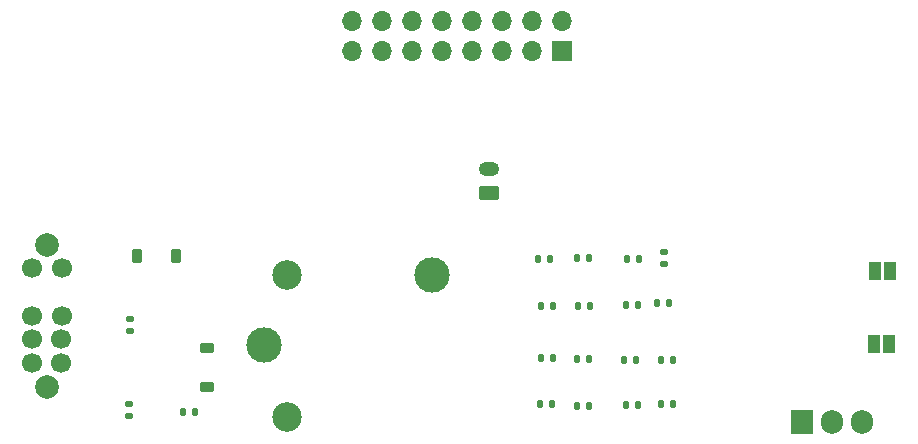
<source format=gbr>
%TF.GenerationSoftware,KiCad,Pcbnew,8.0.1*%
%TF.CreationDate,2024-03-24T23:16:52+02:00*%
%TF.ProjectId,KiCad,4b694361-642e-46b6-9963-61645f706362,rev?*%
%TF.SameCoordinates,Original*%
%TF.FileFunction,Soldermask,Top*%
%TF.FilePolarity,Negative*%
%FSLAX46Y46*%
G04 Gerber Fmt 4.6, Leading zero omitted, Abs format (unit mm)*
G04 Created by KiCad (PCBNEW 8.0.1) date 2024-03-24 23:16:52*
%MOMM*%
%LPD*%
G01*
G04 APERTURE LIST*
G04 Aperture macros list*
%AMRoundRect*
0 Rectangle with rounded corners*
0 $1 Rounding radius*
0 $2 $3 $4 $5 $6 $7 $8 $9 X,Y pos of 4 corners*
0 Add a 4 corners polygon primitive as box body*
4,1,4,$2,$3,$4,$5,$6,$7,$8,$9,$2,$3,0*
0 Add four circle primitives for the rounded corners*
1,1,$1+$1,$2,$3*
1,1,$1+$1,$4,$5*
1,1,$1+$1,$6,$7*
1,1,$1+$1,$8,$9*
0 Add four rect primitives between the rounded corners*
20,1,$1+$1,$2,$3,$4,$5,0*
20,1,$1+$1,$4,$5,$6,$7,0*
20,1,$1+$1,$6,$7,$8,$9,0*
20,1,$1+$1,$8,$9,$2,$3,0*%
G04 Aperture macros list end*
%ADD10RoundRect,0.135000X-0.135000X-0.185000X0.135000X-0.185000X0.135000X0.185000X-0.135000X0.185000X0*%
%ADD11R,1.000000X1.500000*%
%ADD12RoundRect,0.250000X0.625000X-0.350000X0.625000X0.350000X-0.625000X0.350000X-0.625000X-0.350000X0*%
%ADD13O,1.750000X1.200000*%
%ADD14RoundRect,0.135000X0.135000X0.185000X-0.135000X0.185000X-0.135000X-0.185000X0.135000X-0.185000X0*%
%ADD15RoundRect,0.135000X-0.185000X0.135000X-0.185000X-0.135000X0.185000X-0.135000X0.185000X0.135000X0*%
%ADD16R,1.905000X2.000000*%
%ADD17O,1.905000X2.000000*%
%ADD18RoundRect,0.225000X-0.375000X0.225000X-0.375000X-0.225000X0.375000X-0.225000X0.375000X0.225000X0*%
%ADD19RoundRect,0.225000X-0.225000X-0.375000X0.225000X-0.375000X0.225000X0.375000X-0.225000X0.375000X0*%
%ADD20C,3.000000*%
%ADD21C,2.500000*%
%ADD22R,1.700000X1.700000*%
%ADD23O,1.700000X1.700000*%
%ADD24C,1.700000*%
%ADD25C,2.000000*%
G04 APERTURE END LIST*
D10*
%TO.C,R6*%
X162810000Y-98704400D03*
X163830000Y-98704400D03*
%TD*%
%TO.C,R13*%
X156053600Y-94894400D03*
X157073600Y-94894400D03*
%TD*%
D11*
%TO.C,JP2*%
X181173600Y-102133400D03*
X182473600Y-102133400D03*
%TD*%
D12*
%TO.C,B1*%
X148629200Y-89366600D03*
D13*
X148629200Y-87366600D03*
%TD*%
D14*
%TO.C,R16*%
X161063400Y-103454200D03*
X160043400Y-103454200D03*
%TD*%
%TO.C,R2*%
X161290000Y-94919800D03*
X160270000Y-94919800D03*
%TD*%
D15*
%TO.C,R5*%
X163392200Y-95379000D03*
X163392200Y-94359000D03*
%TD*%
D10*
%TO.C,R15*%
X156028200Y-107365800D03*
X157048200Y-107365800D03*
%TD*%
D16*
%TO.C,Q1*%
X175133000Y-108712000D03*
D17*
X177673000Y-108712000D03*
X180213000Y-108712000D03*
%TD*%
D10*
%TO.C,R19*%
X163193000Y-107238800D03*
X164213000Y-107238800D03*
%TD*%
%TO.C,R10*%
X156057600Y-103378000D03*
X157077600Y-103378000D03*
%TD*%
D11*
%TO.C,JP1*%
X181275200Y-95986600D03*
X182575200Y-95986600D03*
%TD*%
D10*
%TO.C,R18*%
X163163600Y-103454200D03*
X164183600Y-103454200D03*
%TD*%
D18*
%TO.C,D2*%
X124713000Y-102464600D03*
X124713000Y-105764600D03*
%TD*%
D19*
%TO.C,D1*%
X118797800Y-94716600D03*
X122097800Y-94716600D03*
%TD*%
D14*
%TO.C,R3*%
X123723400Y-107899200D03*
X122703400Y-107899200D03*
%TD*%
%TO.C,R11*%
X153797000Y-94945200D03*
X152777000Y-94945200D03*
%TD*%
%TO.C,R9*%
X153974800Y-107238800D03*
X152954800Y-107238800D03*
%TD*%
D10*
%TO.C,R12*%
X152980200Y-98882200D03*
X154000200Y-98882200D03*
%TD*%
D14*
%TO.C,R17*%
X161239200Y-107315000D03*
X160219200Y-107315000D03*
%TD*%
%TO.C,R8*%
X154004200Y-103327200D03*
X152984200Y-103327200D03*
%TD*%
D20*
%TO.C,K1*%
X129589400Y-102266000D03*
D21*
X131539400Y-108316000D03*
D20*
X143789400Y-96266000D03*
D21*
X131539400Y-96316000D03*
%TD*%
D15*
%TO.C,R7*%
X118135400Y-107234800D03*
X118135400Y-108254800D03*
%TD*%
D14*
%TO.C,R14*%
X157124400Y-98882200D03*
X156104400Y-98882200D03*
%TD*%
D22*
%TO.C,J1*%
X154813000Y-77292200D03*
D23*
X154813000Y-74752200D03*
X152273000Y-77292200D03*
X152273000Y-74752200D03*
X149733000Y-77292200D03*
X149733000Y-74752200D03*
X147193000Y-77292200D03*
X147193000Y-74752200D03*
X144653000Y-77292200D03*
X144653000Y-74752200D03*
X142113000Y-77292200D03*
X142113000Y-74752200D03*
X139573000Y-77292200D03*
X139573000Y-74752200D03*
X137033000Y-77292200D03*
X137033000Y-74752200D03*
%TD*%
D24*
%TO.C,SW1*%
X112401200Y-103740200D03*
X112401200Y-101740200D03*
X112451200Y-99740200D03*
X112451200Y-95740200D03*
X109901200Y-103740200D03*
X109901200Y-101740200D03*
X109901200Y-99740200D03*
X109951200Y-95740200D03*
D25*
X111201200Y-105740200D03*
X111201200Y-93740200D03*
%TD*%
D14*
%TO.C,R4*%
X161213800Y-98831400D03*
X160193800Y-98831400D03*
%TD*%
D15*
%TO.C,R1*%
X118211600Y-100023200D03*
X118211600Y-101043200D03*
%TD*%
M02*

</source>
